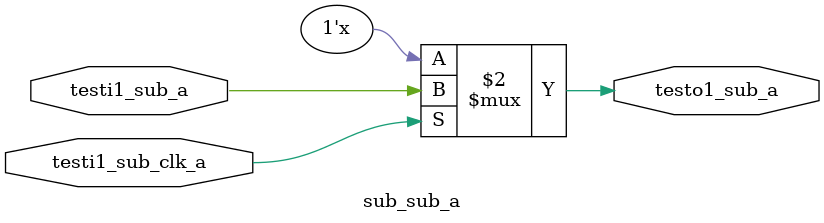
<source format=v>
module sub_sub_a (/*AUTOARG*/
   // Outputs
   testo1_sub_a,
   // Inputs
   testi1_sub_a, testi1_sub_clk_a
   );

   input testi1_sub_a;
   input testi1_sub_clk_a;
   output testo1_sub_a;

   always @*
     if (testi1_sub_clk_a) testo1_sub_a <= testi1_sub_a;

endmodule

</source>
